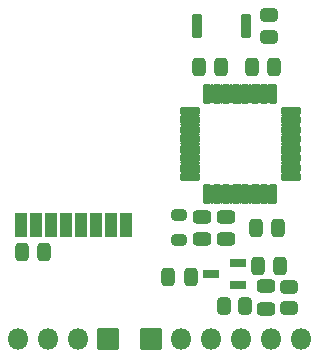
<source format=gbr>
G04 #@! TF.GenerationSoftware,KiCad,Pcbnew,(6.0.11)*
G04 #@! TF.CreationDate,2023-02-28T22:09:58+01:00*
G04 #@! TF.ProjectId,atmega328p-au--e01c-ml01s--bme280--cr2032,61746d65-6761-4333-9238-702d61752d2d,rev?*
G04 #@! TF.SameCoordinates,Original*
G04 #@! TF.FileFunction,Soldermask,Top*
G04 #@! TF.FilePolarity,Negative*
%FSLAX46Y46*%
G04 Gerber Fmt 4.6, Leading zero omitted, Abs format (unit mm)*
G04 Created by KiCad (PCBNEW (6.0.11)) date 2023-02-28 22:09:58*
%MOMM*%
%LPD*%
G01*
G04 APERTURE LIST*
G04 Aperture macros list*
%AMRoundRect*
0 Rectangle with rounded corners*
0 $1 Rounding radius*
0 $2 $3 $4 $5 $6 $7 $8 $9 X,Y pos of 4 corners*
0 Add a 4 corners polygon primitive as box body*
4,1,4,$2,$3,$4,$5,$6,$7,$8,$9,$2,$3,0*
0 Add four circle primitives for the rounded corners*
1,1,$1+$1,$2,$3*
1,1,$1+$1,$4,$5*
1,1,$1+$1,$6,$7*
1,1,$1+$1,$8,$9*
0 Add four rect primitives between the rounded corners*
20,1,$1+$1,$2,$3,$4,$5,0*
20,1,$1+$1,$4,$5,$6,$7,0*
20,1,$1+$1,$6,$7,$8,$9,0*
20,1,$1+$1,$8,$9,$2,$3,0*%
G04 Aperture macros list end*
%ADD10RoundRect,0.301000X0.450000X-0.262500X0.450000X0.262500X-0.450000X0.262500X-0.450000X-0.262500X0*%
%ADD11RoundRect,0.301000X-0.262500X-0.450000X0.262500X-0.450000X0.262500X0.450000X-0.262500X0.450000X0*%
%ADD12RoundRect,0.301000X0.475000X-0.250000X0.475000X0.250000X-0.475000X0.250000X-0.475000X-0.250000X0*%
%ADD13RoundRect,0.051000X0.450000X1.000000X-0.450000X1.000000X-0.450000X-1.000000X0.450000X-1.000000X0*%
%ADD14RoundRect,0.301000X-0.250000X-0.475000X0.250000X-0.475000X0.250000X0.475000X-0.250000X0.475000X0*%
%ADD15RoundRect,0.301000X-0.475000X0.250000X-0.475000X-0.250000X0.475000X-0.250000X0.475000X0.250000X0*%
%ADD16RoundRect,0.051000X-0.850000X0.850000X-0.850000X-0.850000X0.850000X-0.850000X0.850000X0.850000X0*%
%ADD17O,1.802000X1.802000*%
%ADD18RoundRect,0.301000X0.250000X0.475000X-0.250000X0.475000X-0.250000X-0.475000X0.250000X-0.475000X0*%
%ADD19RoundRect,0.201000X0.512500X0.150000X-0.512500X0.150000X-0.512500X-0.150000X0.512500X-0.150000X0*%
%ADD20RoundRect,0.269750X0.381250X-0.218750X0.381250X0.218750X-0.381250X0.218750X-0.381250X-0.218750X0*%
%ADD21RoundRect,0.251000X0.200000X0.800000X-0.200000X0.800000X-0.200000X-0.800000X0.200000X-0.800000X0*%
%ADD22RoundRect,0.051000X0.850000X-0.850000X0.850000X0.850000X-0.850000X0.850000X-0.850000X-0.850000X0*%
%ADD23RoundRect,0.051000X-0.275000X0.800000X-0.275000X-0.800000X0.275000X-0.800000X0.275000X0.800000X0*%
%ADD24RoundRect,0.051000X-0.800000X-0.275000X0.800000X-0.275000X0.800000X0.275000X-0.800000X0.275000X0*%
G04 APERTURE END LIST*
D10*
X119854250Y-86182500D03*
X119854250Y-88007500D03*
D11*
X116116750Y-87795000D03*
X114291750Y-87795000D03*
D12*
X117904250Y-86145000D03*
X117904250Y-88045000D03*
D13*
X97173000Y-80995000D03*
X98443000Y-80995000D03*
X99713000Y-80995000D03*
X100983000Y-80995000D03*
X102253000Y-80995000D03*
X103523000Y-80995000D03*
X104793000Y-80995000D03*
X106063000Y-80995000D03*
D14*
X111504250Y-85395000D03*
X109604250Y-85395000D03*
D15*
X112454250Y-82145000D03*
X112454250Y-80245000D03*
D16*
X104523000Y-90595000D03*
D17*
X101983000Y-90595000D03*
X99443000Y-90595000D03*
X96903000Y-90595000D03*
D18*
X117204250Y-84395000D03*
X119104250Y-84395000D03*
D14*
X118904250Y-81195000D03*
X117004250Y-81195000D03*
D19*
X115491750Y-86045000D03*
X115491750Y-84145000D03*
X113216750Y-85095000D03*
D18*
X99117214Y-83215336D03*
X97217214Y-83215336D03*
D20*
X110554250Y-80132500D03*
X110554250Y-82257500D03*
D21*
X116223000Y-64095000D03*
X112023000Y-64095000D03*
D22*
X108165733Y-90595000D03*
D17*
X110705733Y-90595000D03*
X113245733Y-90595000D03*
X115785733Y-90595000D03*
X118325733Y-90595000D03*
X120865733Y-90595000D03*
D14*
X116673000Y-67595000D03*
X118573000Y-67595000D03*
D18*
X114073000Y-67595000D03*
X112173000Y-67595000D03*
D15*
X114454250Y-80245000D03*
X114454250Y-82145000D03*
D23*
X118512733Y-69845000D03*
X117712733Y-69845000D03*
X116912733Y-69845000D03*
X116112733Y-69845000D03*
X115312733Y-69845000D03*
X114512733Y-69845000D03*
X113712733Y-69845000D03*
X112912733Y-69845000D03*
D24*
X111462733Y-71295000D03*
X111462733Y-72095000D03*
X111462733Y-72895000D03*
X111462733Y-73695000D03*
X111462733Y-74495000D03*
X111462733Y-75295000D03*
X111462733Y-76095000D03*
X111462733Y-76895000D03*
D23*
X112912733Y-78345000D03*
X113712733Y-78345000D03*
X114512733Y-78345000D03*
X115312733Y-78345000D03*
X116112733Y-78345000D03*
X116912733Y-78345000D03*
X117712733Y-78345000D03*
X118512733Y-78345000D03*
D24*
X119962733Y-76895000D03*
X119962733Y-76095000D03*
X119962733Y-75295000D03*
X119962733Y-74495000D03*
X119962733Y-73695000D03*
X119962733Y-72895000D03*
X119962733Y-72095000D03*
X119962733Y-71295000D03*
D10*
X118123000Y-65007500D03*
X118123000Y-63182500D03*
G36*
X114028393Y-77512493D02*
G01*
X114042185Y-77521709D01*
X114043348Y-77519969D01*
X114045142Y-77519084D01*
X114046293Y-77519545D01*
X114063685Y-77534078D01*
X114132403Y-77542704D01*
X114180021Y-77519918D01*
X114182015Y-77520072D01*
X114182547Y-77520611D01*
X114183281Y-77521709D01*
X114197073Y-77512493D01*
X114199069Y-77512362D01*
X114200180Y-77514025D01*
X114199847Y-77515267D01*
X114192500Y-77526262D01*
X114188733Y-77545199D01*
X114188733Y-79144801D01*
X114192500Y-79163738D01*
X114199847Y-79174733D01*
X114199978Y-79176729D01*
X114198315Y-79177840D01*
X114197073Y-79177507D01*
X114183281Y-79168291D01*
X114182118Y-79170031D01*
X114180324Y-79170916D01*
X114179173Y-79170455D01*
X114161781Y-79155922D01*
X114093063Y-79147296D01*
X114045445Y-79170082D01*
X114043451Y-79169928D01*
X114042919Y-79169389D01*
X114042185Y-79168291D01*
X114028393Y-79177507D01*
X114026397Y-79177638D01*
X114025286Y-79175975D01*
X114025619Y-79174733D01*
X114032966Y-79163738D01*
X114036733Y-79144801D01*
X114036733Y-77545199D01*
X114032966Y-77526262D01*
X114025619Y-77515267D01*
X114025488Y-77513271D01*
X114027151Y-77512160D01*
X114028393Y-77512493D01*
G37*
G36*
X114828393Y-77512493D02*
G01*
X114842185Y-77521709D01*
X114843348Y-77519969D01*
X114845142Y-77519084D01*
X114846293Y-77519545D01*
X114863685Y-77534078D01*
X114932403Y-77542704D01*
X114980021Y-77519918D01*
X114982015Y-77520072D01*
X114982547Y-77520611D01*
X114983281Y-77521709D01*
X114997073Y-77512493D01*
X114999069Y-77512362D01*
X115000180Y-77514025D01*
X114999847Y-77515267D01*
X114992500Y-77526262D01*
X114988733Y-77545199D01*
X114988733Y-79144801D01*
X114992500Y-79163738D01*
X114999847Y-79174733D01*
X114999978Y-79176729D01*
X114998315Y-79177840D01*
X114997073Y-79177507D01*
X114983281Y-79168291D01*
X114982118Y-79170031D01*
X114980324Y-79170916D01*
X114979173Y-79170455D01*
X114961781Y-79155922D01*
X114893063Y-79147296D01*
X114845445Y-79170082D01*
X114843451Y-79169928D01*
X114842919Y-79169389D01*
X114842185Y-79168291D01*
X114828393Y-79177507D01*
X114826397Y-79177638D01*
X114825286Y-79175975D01*
X114825619Y-79174733D01*
X114832966Y-79163738D01*
X114836733Y-79144801D01*
X114836733Y-77545199D01*
X114832966Y-77526262D01*
X114825619Y-77515267D01*
X114825488Y-77513271D01*
X114827151Y-77512160D01*
X114828393Y-77512493D01*
G37*
G36*
X118028393Y-77512493D02*
G01*
X118042185Y-77521709D01*
X118043348Y-77519969D01*
X118045142Y-77519084D01*
X118046293Y-77519545D01*
X118063685Y-77534078D01*
X118132403Y-77542704D01*
X118180021Y-77519918D01*
X118182015Y-77520072D01*
X118182547Y-77520611D01*
X118183281Y-77521709D01*
X118197073Y-77512493D01*
X118199069Y-77512362D01*
X118200180Y-77514025D01*
X118199847Y-77515267D01*
X118192500Y-77526262D01*
X118188733Y-77545199D01*
X118188733Y-79144801D01*
X118192500Y-79163738D01*
X118199847Y-79174733D01*
X118199978Y-79176729D01*
X118198315Y-79177840D01*
X118197073Y-79177507D01*
X118183281Y-79168291D01*
X118182118Y-79170031D01*
X118180324Y-79170916D01*
X118179173Y-79170455D01*
X118161781Y-79155922D01*
X118093063Y-79147296D01*
X118045445Y-79170082D01*
X118043451Y-79169928D01*
X118042919Y-79169389D01*
X118042185Y-79168291D01*
X118028393Y-79177507D01*
X118026397Y-79177638D01*
X118025286Y-79175975D01*
X118025619Y-79174733D01*
X118032966Y-79163738D01*
X118036733Y-79144801D01*
X118036733Y-77545199D01*
X118032966Y-77526262D01*
X118025619Y-77515267D01*
X118025488Y-77513271D01*
X118027151Y-77512160D01*
X118028393Y-77512493D01*
G37*
G36*
X115628393Y-77512493D02*
G01*
X115642185Y-77521709D01*
X115643348Y-77519969D01*
X115645142Y-77519084D01*
X115646293Y-77519545D01*
X115663685Y-77534078D01*
X115732403Y-77542704D01*
X115780021Y-77519918D01*
X115782015Y-77520072D01*
X115782547Y-77520611D01*
X115783281Y-77521709D01*
X115797073Y-77512493D01*
X115799069Y-77512362D01*
X115800180Y-77514025D01*
X115799847Y-77515267D01*
X115792500Y-77526262D01*
X115788733Y-77545199D01*
X115788733Y-79144801D01*
X115792500Y-79163738D01*
X115799847Y-79174733D01*
X115799978Y-79176729D01*
X115798315Y-79177840D01*
X115797073Y-79177507D01*
X115783281Y-79168291D01*
X115782118Y-79170031D01*
X115780324Y-79170916D01*
X115779173Y-79170455D01*
X115761781Y-79155922D01*
X115693063Y-79147296D01*
X115645445Y-79170082D01*
X115643451Y-79169928D01*
X115642919Y-79169389D01*
X115642185Y-79168291D01*
X115628393Y-79177507D01*
X115626397Y-79177638D01*
X115625286Y-79175975D01*
X115625619Y-79174733D01*
X115632966Y-79163738D01*
X115636733Y-79144801D01*
X115636733Y-77545199D01*
X115632966Y-77526262D01*
X115625619Y-77515267D01*
X115625488Y-77513271D01*
X115627151Y-77512160D01*
X115628393Y-77512493D01*
G37*
G36*
X113228393Y-77512493D02*
G01*
X113242185Y-77521709D01*
X113243348Y-77519969D01*
X113245142Y-77519084D01*
X113246293Y-77519545D01*
X113263685Y-77534078D01*
X113332403Y-77542704D01*
X113380021Y-77519918D01*
X113382015Y-77520072D01*
X113382547Y-77520611D01*
X113383281Y-77521709D01*
X113397073Y-77512493D01*
X113399069Y-77512362D01*
X113400180Y-77514025D01*
X113399847Y-77515267D01*
X113392500Y-77526262D01*
X113388733Y-77545199D01*
X113388733Y-79144801D01*
X113392500Y-79163738D01*
X113399847Y-79174733D01*
X113399978Y-79176729D01*
X113398315Y-79177840D01*
X113397073Y-79177507D01*
X113383281Y-79168291D01*
X113382118Y-79170031D01*
X113380324Y-79170916D01*
X113379173Y-79170455D01*
X113361781Y-79155922D01*
X113293063Y-79147296D01*
X113245445Y-79170082D01*
X113243451Y-79169928D01*
X113242919Y-79169389D01*
X113242185Y-79168291D01*
X113228393Y-79177507D01*
X113226397Y-79177638D01*
X113225286Y-79175975D01*
X113225619Y-79174733D01*
X113232966Y-79163738D01*
X113236733Y-79144801D01*
X113236733Y-77545199D01*
X113232966Y-77526262D01*
X113225619Y-77515267D01*
X113225488Y-77513271D01*
X113227151Y-77512160D01*
X113228393Y-77512493D01*
G37*
G36*
X116428393Y-77512493D02*
G01*
X116442185Y-77521709D01*
X116443348Y-77519969D01*
X116445142Y-77519084D01*
X116446293Y-77519545D01*
X116463685Y-77534078D01*
X116532403Y-77542704D01*
X116580021Y-77519918D01*
X116582015Y-77520072D01*
X116582547Y-77520611D01*
X116583281Y-77521709D01*
X116597073Y-77512493D01*
X116599069Y-77512362D01*
X116600180Y-77514025D01*
X116599847Y-77515267D01*
X116592500Y-77526262D01*
X116588733Y-77545199D01*
X116588733Y-79144801D01*
X116592500Y-79163738D01*
X116599847Y-79174733D01*
X116599978Y-79176729D01*
X116598315Y-79177840D01*
X116597073Y-79177507D01*
X116583281Y-79168291D01*
X116582118Y-79170031D01*
X116580324Y-79170916D01*
X116579173Y-79170455D01*
X116561781Y-79155922D01*
X116493063Y-79147296D01*
X116445445Y-79170082D01*
X116443451Y-79169928D01*
X116442919Y-79169389D01*
X116442185Y-79168291D01*
X116428393Y-79177507D01*
X116426397Y-79177638D01*
X116425286Y-79175975D01*
X116425619Y-79174733D01*
X116432966Y-79163738D01*
X116436733Y-79144801D01*
X116436733Y-77545199D01*
X116432966Y-77526262D01*
X116425619Y-77515267D01*
X116425488Y-77513271D01*
X116427151Y-77512160D01*
X116428393Y-77512493D01*
G37*
G36*
X117228393Y-77512493D02*
G01*
X117242185Y-77521709D01*
X117243348Y-77519969D01*
X117245142Y-77519084D01*
X117246293Y-77519545D01*
X117263685Y-77534078D01*
X117332403Y-77542704D01*
X117380021Y-77519918D01*
X117382015Y-77520072D01*
X117382547Y-77520611D01*
X117383281Y-77521709D01*
X117397073Y-77512493D01*
X117399069Y-77512362D01*
X117400180Y-77514025D01*
X117399847Y-77515267D01*
X117392500Y-77526262D01*
X117388733Y-77545199D01*
X117388733Y-79144801D01*
X117392500Y-79163738D01*
X117399847Y-79174733D01*
X117399978Y-79176729D01*
X117398315Y-79177840D01*
X117397073Y-79177507D01*
X117383281Y-79168291D01*
X117382118Y-79170031D01*
X117380324Y-79170916D01*
X117379173Y-79170455D01*
X117361781Y-79155922D01*
X117293063Y-79147296D01*
X117245445Y-79170082D01*
X117243451Y-79169928D01*
X117242919Y-79169389D01*
X117242185Y-79168291D01*
X117228393Y-79177507D01*
X117226397Y-79177638D01*
X117225286Y-79175975D01*
X117225619Y-79174733D01*
X117232966Y-79163738D01*
X117236733Y-79144801D01*
X117236733Y-77545199D01*
X117232966Y-77526262D01*
X117225619Y-77515267D01*
X117225488Y-77513271D01*
X117227151Y-77512160D01*
X117228393Y-77512493D01*
G37*
G36*
X110633000Y-76407886D02*
G01*
X110643995Y-76415233D01*
X110662932Y-76419000D01*
X112262534Y-76419000D01*
X112281471Y-76415233D01*
X112292466Y-76407886D01*
X112294462Y-76407755D01*
X112295573Y-76409418D01*
X112295240Y-76410660D01*
X112286024Y-76424452D01*
X112287764Y-76425615D01*
X112288649Y-76427409D01*
X112288188Y-76428560D01*
X112273655Y-76445952D01*
X112265029Y-76514670D01*
X112287815Y-76562288D01*
X112287661Y-76564282D01*
X112287122Y-76564814D01*
X112286024Y-76565548D01*
X112295240Y-76579340D01*
X112295371Y-76581336D01*
X112293708Y-76582447D01*
X112292466Y-76582114D01*
X112281471Y-76574767D01*
X112262534Y-76571000D01*
X110662932Y-76571000D01*
X110643995Y-76574767D01*
X110633000Y-76582114D01*
X110631004Y-76582245D01*
X110629893Y-76580582D01*
X110630226Y-76579340D01*
X110639442Y-76565548D01*
X110637702Y-76564385D01*
X110636817Y-76562591D01*
X110637278Y-76561440D01*
X110651811Y-76544048D01*
X110660437Y-76475330D01*
X110637651Y-76427712D01*
X110637805Y-76425718D01*
X110638344Y-76425186D01*
X110639442Y-76424452D01*
X110630226Y-76410660D01*
X110630095Y-76408664D01*
X110631758Y-76407553D01*
X110633000Y-76407886D01*
G37*
G36*
X119133000Y-76407886D02*
G01*
X119143995Y-76415233D01*
X119162932Y-76419000D01*
X120762534Y-76419000D01*
X120781471Y-76415233D01*
X120792466Y-76407886D01*
X120794462Y-76407755D01*
X120795573Y-76409418D01*
X120795240Y-76410660D01*
X120786024Y-76424452D01*
X120787764Y-76425615D01*
X120788649Y-76427409D01*
X120788188Y-76428560D01*
X120773655Y-76445952D01*
X120765029Y-76514670D01*
X120787815Y-76562288D01*
X120787661Y-76564282D01*
X120787122Y-76564814D01*
X120786024Y-76565548D01*
X120795240Y-76579340D01*
X120795371Y-76581336D01*
X120793708Y-76582447D01*
X120792466Y-76582114D01*
X120781471Y-76574767D01*
X120762534Y-76571000D01*
X119162932Y-76571000D01*
X119143995Y-76574767D01*
X119133000Y-76582114D01*
X119131004Y-76582245D01*
X119129893Y-76580582D01*
X119130226Y-76579340D01*
X119139442Y-76565548D01*
X119137702Y-76564385D01*
X119136817Y-76562591D01*
X119137278Y-76561440D01*
X119151811Y-76544048D01*
X119160437Y-76475330D01*
X119137651Y-76427712D01*
X119137805Y-76425718D01*
X119138344Y-76425186D01*
X119139442Y-76424452D01*
X119130226Y-76410660D01*
X119130095Y-76408664D01*
X119131758Y-76407553D01*
X119133000Y-76407886D01*
G37*
G36*
X119133000Y-75607886D02*
G01*
X119143995Y-75615233D01*
X119162932Y-75619000D01*
X120762534Y-75619000D01*
X120781471Y-75615233D01*
X120792466Y-75607886D01*
X120794462Y-75607755D01*
X120795573Y-75609418D01*
X120795240Y-75610660D01*
X120786024Y-75624452D01*
X120787764Y-75625615D01*
X120788649Y-75627409D01*
X120788188Y-75628560D01*
X120773655Y-75645952D01*
X120765029Y-75714670D01*
X120787815Y-75762288D01*
X120787661Y-75764282D01*
X120787122Y-75764814D01*
X120786024Y-75765548D01*
X120795240Y-75779340D01*
X120795371Y-75781336D01*
X120793708Y-75782447D01*
X120792466Y-75782114D01*
X120781471Y-75774767D01*
X120762534Y-75771000D01*
X119162932Y-75771000D01*
X119143995Y-75774767D01*
X119133000Y-75782114D01*
X119131004Y-75782245D01*
X119129893Y-75780582D01*
X119130226Y-75779340D01*
X119139442Y-75765548D01*
X119137702Y-75764385D01*
X119136817Y-75762591D01*
X119137278Y-75761440D01*
X119151811Y-75744048D01*
X119160437Y-75675330D01*
X119137651Y-75627712D01*
X119137805Y-75625718D01*
X119138344Y-75625186D01*
X119139442Y-75624452D01*
X119130226Y-75610660D01*
X119130095Y-75608664D01*
X119131758Y-75607553D01*
X119133000Y-75607886D01*
G37*
G36*
X110633000Y-75607886D02*
G01*
X110643995Y-75615233D01*
X110662932Y-75619000D01*
X112262534Y-75619000D01*
X112281471Y-75615233D01*
X112292466Y-75607886D01*
X112294462Y-75607755D01*
X112295573Y-75609418D01*
X112295240Y-75610660D01*
X112286024Y-75624452D01*
X112287764Y-75625615D01*
X112288649Y-75627409D01*
X112288188Y-75628560D01*
X112273655Y-75645952D01*
X112265029Y-75714670D01*
X112287815Y-75762288D01*
X112287661Y-75764282D01*
X112287122Y-75764814D01*
X112286024Y-75765548D01*
X112295240Y-75779340D01*
X112295371Y-75781336D01*
X112293708Y-75782447D01*
X112292466Y-75782114D01*
X112281471Y-75774767D01*
X112262534Y-75771000D01*
X110662932Y-75771000D01*
X110643995Y-75774767D01*
X110633000Y-75782114D01*
X110631004Y-75782245D01*
X110629893Y-75780582D01*
X110630226Y-75779340D01*
X110639442Y-75765548D01*
X110637702Y-75764385D01*
X110636817Y-75762591D01*
X110637278Y-75761440D01*
X110651811Y-75744048D01*
X110660437Y-75675330D01*
X110637651Y-75627712D01*
X110637805Y-75625718D01*
X110638344Y-75625186D01*
X110639442Y-75624452D01*
X110630226Y-75610660D01*
X110630095Y-75608664D01*
X110631758Y-75607553D01*
X110633000Y-75607886D01*
G37*
G36*
X119133000Y-74807886D02*
G01*
X119143995Y-74815233D01*
X119162932Y-74819000D01*
X120762534Y-74819000D01*
X120781471Y-74815233D01*
X120792466Y-74807886D01*
X120794462Y-74807755D01*
X120795573Y-74809418D01*
X120795240Y-74810660D01*
X120786024Y-74824452D01*
X120787764Y-74825615D01*
X120788649Y-74827409D01*
X120788188Y-74828560D01*
X120773655Y-74845952D01*
X120765029Y-74914670D01*
X120787815Y-74962288D01*
X120787661Y-74964282D01*
X120787122Y-74964814D01*
X120786024Y-74965548D01*
X120795240Y-74979340D01*
X120795371Y-74981336D01*
X120793708Y-74982447D01*
X120792466Y-74982114D01*
X120781471Y-74974767D01*
X120762534Y-74971000D01*
X119162932Y-74971000D01*
X119143995Y-74974767D01*
X119133000Y-74982114D01*
X119131004Y-74982245D01*
X119129893Y-74980582D01*
X119130226Y-74979340D01*
X119139442Y-74965548D01*
X119137702Y-74964385D01*
X119136817Y-74962591D01*
X119137278Y-74961440D01*
X119151811Y-74944048D01*
X119160437Y-74875330D01*
X119137651Y-74827712D01*
X119137805Y-74825718D01*
X119138344Y-74825186D01*
X119139442Y-74824452D01*
X119130226Y-74810660D01*
X119130095Y-74808664D01*
X119131758Y-74807553D01*
X119133000Y-74807886D01*
G37*
G36*
X110633000Y-74807886D02*
G01*
X110643995Y-74815233D01*
X110662932Y-74819000D01*
X112262534Y-74819000D01*
X112281471Y-74815233D01*
X112292466Y-74807886D01*
X112294462Y-74807755D01*
X112295573Y-74809418D01*
X112295240Y-74810660D01*
X112286024Y-74824452D01*
X112287764Y-74825615D01*
X112288649Y-74827409D01*
X112288188Y-74828560D01*
X112273655Y-74845952D01*
X112265029Y-74914670D01*
X112287815Y-74962288D01*
X112287661Y-74964282D01*
X112287122Y-74964814D01*
X112286024Y-74965548D01*
X112295240Y-74979340D01*
X112295371Y-74981336D01*
X112293708Y-74982447D01*
X112292466Y-74982114D01*
X112281471Y-74974767D01*
X112262534Y-74971000D01*
X110662932Y-74971000D01*
X110643995Y-74974767D01*
X110633000Y-74982114D01*
X110631004Y-74982245D01*
X110629893Y-74980582D01*
X110630226Y-74979340D01*
X110639442Y-74965548D01*
X110637702Y-74964385D01*
X110636817Y-74962591D01*
X110637278Y-74961440D01*
X110651811Y-74944048D01*
X110660437Y-74875330D01*
X110637651Y-74827712D01*
X110637805Y-74825718D01*
X110638344Y-74825186D01*
X110639442Y-74824452D01*
X110630226Y-74810660D01*
X110630095Y-74808664D01*
X110631758Y-74807553D01*
X110633000Y-74807886D01*
G37*
G36*
X119133000Y-74007886D02*
G01*
X119143995Y-74015233D01*
X119162932Y-74019000D01*
X120762534Y-74019000D01*
X120781471Y-74015233D01*
X120792466Y-74007886D01*
X120794462Y-74007755D01*
X120795573Y-74009418D01*
X120795240Y-74010660D01*
X120786024Y-74024452D01*
X120787764Y-74025615D01*
X120788649Y-74027409D01*
X120788188Y-74028560D01*
X120773655Y-74045952D01*
X120765029Y-74114670D01*
X120787815Y-74162288D01*
X120787661Y-74164282D01*
X120787122Y-74164814D01*
X120786024Y-74165548D01*
X120795240Y-74179340D01*
X120795371Y-74181336D01*
X120793708Y-74182447D01*
X120792466Y-74182114D01*
X120781471Y-74174767D01*
X120762534Y-74171000D01*
X119162932Y-74171000D01*
X119143995Y-74174767D01*
X119133000Y-74182114D01*
X119131004Y-74182245D01*
X119129893Y-74180582D01*
X119130226Y-74179340D01*
X119139442Y-74165548D01*
X119137702Y-74164385D01*
X119136817Y-74162591D01*
X119137278Y-74161440D01*
X119151811Y-74144048D01*
X119160437Y-74075330D01*
X119137651Y-74027712D01*
X119137805Y-74025718D01*
X119138344Y-74025186D01*
X119139442Y-74024452D01*
X119130226Y-74010660D01*
X119130095Y-74008664D01*
X119131758Y-74007553D01*
X119133000Y-74007886D01*
G37*
G36*
X110633000Y-74007886D02*
G01*
X110643995Y-74015233D01*
X110662932Y-74019000D01*
X112262534Y-74019000D01*
X112281471Y-74015233D01*
X112292466Y-74007886D01*
X112294462Y-74007755D01*
X112295573Y-74009418D01*
X112295240Y-74010660D01*
X112286024Y-74024452D01*
X112287764Y-74025615D01*
X112288649Y-74027409D01*
X112288188Y-74028560D01*
X112273655Y-74045952D01*
X112265029Y-74114670D01*
X112287815Y-74162288D01*
X112287661Y-74164282D01*
X112287122Y-74164814D01*
X112286024Y-74165548D01*
X112295240Y-74179340D01*
X112295371Y-74181336D01*
X112293708Y-74182447D01*
X112292466Y-74182114D01*
X112281471Y-74174767D01*
X112262534Y-74171000D01*
X110662932Y-74171000D01*
X110643995Y-74174767D01*
X110633000Y-74182114D01*
X110631004Y-74182245D01*
X110629893Y-74180582D01*
X110630226Y-74179340D01*
X110639442Y-74165548D01*
X110637702Y-74164385D01*
X110636817Y-74162591D01*
X110637278Y-74161440D01*
X110651811Y-74144048D01*
X110660437Y-74075330D01*
X110637651Y-74027712D01*
X110637805Y-74025718D01*
X110638344Y-74025186D01*
X110639442Y-74024452D01*
X110630226Y-74010660D01*
X110630095Y-74008664D01*
X110631758Y-74007553D01*
X110633000Y-74007886D01*
G37*
G36*
X110633000Y-73207886D02*
G01*
X110643995Y-73215233D01*
X110662932Y-73219000D01*
X112262534Y-73219000D01*
X112281471Y-73215233D01*
X112292466Y-73207886D01*
X112294462Y-73207755D01*
X112295573Y-73209418D01*
X112295240Y-73210660D01*
X112286024Y-73224452D01*
X112287764Y-73225615D01*
X112288649Y-73227409D01*
X112288188Y-73228560D01*
X112273655Y-73245952D01*
X112265029Y-73314670D01*
X112287815Y-73362288D01*
X112287661Y-73364282D01*
X112287122Y-73364814D01*
X112286024Y-73365548D01*
X112295240Y-73379340D01*
X112295371Y-73381336D01*
X112293708Y-73382447D01*
X112292466Y-73382114D01*
X112281471Y-73374767D01*
X112262534Y-73371000D01*
X110662932Y-73371000D01*
X110643995Y-73374767D01*
X110633000Y-73382114D01*
X110631004Y-73382245D01*
X110629893Y-73380582D01*
X110630226Y-73379340D01*
X110639442Y-73365548D01*
X110637702Y-73364385D01*
X110636817Y-73362591D01*
X110637278Y-73361440D01*
X110651811Y-73344048D01*
X110660437Y-73275330D01*
X110637651Y-73227712D01*
X110637805Y-73225718D01*
X110638344Y-73225186D01*
X110639442Y-73224452D01*
X110630226Y-73210660D01*
X110630095Y-73208664D01*
X110631758Y-73207553D01*
X110633000Y-73207886D01*
G37*
G36*
X119133000Y-73207886D02*
G01*
X119143995Y-73215233D01*
X119162932Y-73219000D01*
X120762534Y-73219000D01*
X120781471Y-73215233D01*
X120792466Y-73207886D01*
X120794462Y-73207755D01*
X120795573Y-73209418D01*
X120795240Y-73210660D01*
X120786024Y-73224452D01*
X120787764Y-73225615D01*
X120788649Y-73227409D01*
X120788188Y-73228560D01*
X120773655Y-73245952D01*
X120765029Y-73314670D01*
X120787815Y-73362288D01*
X120787661Y-73364282D01*
X120787122Y-73364814D01*
X120786024Y-73365548D01*
X120795240Y-73379340D01*
X120795371Y-73381336D01*
X120793708Y-73382447D01*
X120792466Y-73382114D01*
X120781471Y-73374767D01*
X120762534Y-73371000D01*
X119162932Y-73371000D01*
X119143995Y-73374767D01*
X119133000Y-73382114D01*
X119131004Y-73382245D01*
X119129893Y-73380582D01*
X119130226Y-73379340D01*
X119139442Y-73365548D01*
X119137702Y-73364385D01*
X119136817Y-73362591D01*
X119137278Y-73361440D01*
X119151811Y-73344048D01*
X119160437Y-73275330D01*
X119137651Y-73227712D01*
X119137805Y-73225718D01*
X119138344Y-73225186D01*
X119139442Y-73224452D01*
X119130226Y-73210660D01*
X119130095Y-73208664D01*
X119131758Y-73207553D01*
X119133000Y-73207886D01*
G37*
G36*
X119133000Y-72407886D02*
G01*
X119143995Y-72415233D01*
X119162932Y-72419000D01*
X120762534Y-72419000D01*
X120781471Y-72415233D01*
X120792466Y-72407886D01*
X120794462Y-72407755D01*
X120795573Y-72409418D01*
X120795240Y-72410660D01*
X120786024Y-72424452D01*
X120787764Y-72425615D01*
X120788649Y-72427409D01*
X120788188Y-72428560D01*
X120773655Y-72445952D01*
X120765029Y-72514670D01*
X120787815Y-72562288D01*
X120787661Y-72564282D01*
X120787122Y-72564814D01*
X120786024Y-72565548D01*
X120795240Y-72579340D01*
X120795371Y-72581336D01*
X120793708Y-72582447D01*
X120792466Y-72582114D01*
X120781471Y-72574767D01*
X120762534Y-72571000D01*
X119162932Y-72571000D01*
X119143995Y-72574767D01*
X119133000Y-72582114D01*
X119131004Y-72582245D01*
X119129893Y-72580582D01*
X119130226Y-72579340D01*
X119139442Y-72565548D01*
X119137702Y-72564385D01*
X119136817Y-72562591D01*
X119137278Y-72561440D01*
X119151811Y-72544048D01*
X119160437Y-72475330D01*
X119137651Y-72427712D01*
X119137805Y-72425718D01*
X119138344Y-72425186D01*
X119139442Y-72424452D01*
X119130226Y-72410660D01*
X119130095Y-72408664D01*
X119131758Y-72407553D01*
X119133000Y-72407886D01*
G37*
G36*
X110633000Y-72407886D02*
G01*
X110643995Y-72415233D01*
X110662932Y-72419000D01*
X112262534Y-72419000D01*
X112281471Y-72415233D01*
X112292466Y-72407886D01*
X112294462Y-72407755D01*
X112295573Y-72409418D01*
X112295240Y-72410660D01*
X112286024Y-72424452D01*
X112287764Y-72425615D01*
X112288649Y-72427409D01*
X112288188Y-72428560D01*
X112273655Y-72445952D01*
X112265029Y-72514670D01*
X112287815Y-72562288D01*
X112287661Y-72564282D01*
X112287122Y-72564814D01*
X112286024Y-72565548D01*
X112295240Y-72579340D01*
X112295371Y-72581336D01*
X112293708Y-72582447D01*
X112292466Y-72582114D01*
X112281471Y-72574767D01*
X112262534Y-72571000D01*
X110662932Y-72571000D01*
X110643995Y-72574767D01*
X110633000Y-72582114D01*
X110631004Y-72582245D01*
X110629893Y-72580582D01*
X110630226Y-72579340D01*
X110639442Y-72565548D01*
X110637702Y-72564385D01*
X110636817Y-72562591D01*
X110637278Y-72561440D01*
X110651811Y-72544048D01*
X110660437Y-72475330D01*
X110637651Y-72427712D01*
X110637805Y-72425718D01*
X110638344Y-72425186D01*
X110639442Y-72424452D01*
X110630226Y-72410660D01*
X110630095Y-72408664D01*
X110631758Y-72407553D01*
X110633000Y-72407886D01*
G37*
G36*
X119133000Y-71607886D02*
G01*
X119143995Y-71615233D01*
X119162932Y-71619000D01*
X120762534Y-71619000D01*
X120781471Y-71615233D01*
X120792466Y-71607886D01*
X120794462Y-71607755D01*
X120795573Y-71609418D01*
X120795240Y-71610660D01*
X120786024Y-71624452D01*
X120787764Y-71625615D01*
X120788649Y-71627409D01*
X120788188Y-71628560D01*
X120773655Y-71645952D01*
X120765029Y-71714670D01*
X120787815Y-71762288D01*
X120787661Y-71764282D01*
X120787122Y-71764814D01*
X120786024Y-71765548D01*
X120795240Y-71779340D01*
X120795371Y-71781336D01*
X120793708Y-71782447D01*
X120792466Y-71782114D01*
X120781471Y-71774767D01*
X120762534Y-71771000D01*
X119162932Y-71771000D01*
X119143995Y-71774767D01*
X119133000Y-71782114D01*
X119131004Y-71782245D01*
X119129893Y-71780582D01*
X119130226Y-71779340D01*
X119139442Y-71765548D01*
X119137702Y-71764385D01*
X119136817Y-71762591D01*
X119137278Y-71761440D01*
X119151811Y-71744048D01*
X119160437Y-71675330D01*
X119137651Y-71627712D01*
X119137805Y-71625718D01*
X119138344Y-71625186D01*
X119139442Y-71624452D01*
X119130226Y-71610660D01*
X119130095Y-71608664D01*
X119131758Y-71607553D01*
X119133000Y-71607886D01*
G37*
G36*
X110633000Y-71607886D02*
G01*
X110643995Y-71615233D01*
X110662932Y-71619000D01*
X112262534Y-71619000D01*
X112281471Y-71615233D01*
X112292466Y-71607886D01*
X112294462Y-71607755D01*
X112295573Y-71609418D01*
X112295240Y-71610660D01*
X112286024Y-71624452D01*
X112287764Y-71625615D01*
X112288649Y-71627409D01*
X112288188Y-71628560D01*
X112273655Y-71645952D01*
X112265029Y-71714670D01*
X112287815Y-71762288D01*
X112287661Y-71764282D01*
X112287122Y-71764814D01*
X112286024Y-71765548D01*
X112295240Y-71779340D01*
X112295371Y-71781336D01*
X112293708Y-71782447D01*
X112292466Y-71782114D01*
X112281471Y-71774767D01*
X112262534Y-71771000D01*
X110662932Y-71771000D01*
X110643995Y-71774767D01*
X110633000Y-71782114D01*
X110631004Y-71782245D01*
X110629893Y-71780582D01*
X110630226Y-71779340D01*
X110639442Y-71765548D01*
X110637702Y-71764385D01*
X110636817Y-71762591D01*
X110637278Y-71761440D01*
X110651811Y-71744048D01*
X110660437Y-71675330D01*
X110637651Y-71627712D01*
X110637805Y-71625718D01*
X110638344Y-71625186D01*
X110639442Y-71624452D01*
X110630226Y-71610660D01*
X110630095Y-71608664D01*
X110631758Y-71607553D01*
X110633000Y-71607886D01*
G37*
G36*
X114028393Y-69012493D02*
G01*
X114042185Y-69021709D01*
X114043348Y-69019969D01*
X114045142Y-69019084D01*
X114046293Y-69019545D01*
X114063685Y-69034078D01*
X114132403Y-69042704D01*
X114180021Y-69019918D01*
X114182015Y-69020072D01*
X114182547Y-69020611D01*
X114183281Y-69021709D01*
X114197073Y-69012493D01*
X114199069Y-69012362D01*
X114200180Y-69014025D01*
X114199847Y-69015267D01*
X114192500Y-69026262D01*
X114188733Y-69045199D01*
X114188733Y-70644801D01*
X114192500Y-70663738D01*
X114199847Y-70674733D01*
X114199978Y-70676729D01*
X114198315Y-70677840D01*
X114197073Y-70677507D01*
X114183281Y-70668291D01*
X114182118Y-70670031D01*
X114180324Y-70670916D01*
X114179173Y-70670455D01*
X114161781Y-70655922D01*
X114093063Y-70647296D01*
X114045445Y-70670082D01*
X114043451Y-70669928D01*
X114042919Y-70669389D01*
X114042185Y-70668291D01*
X114028393Y-70677507D01*
X114026397Y-70677638D01*
X114025286Y-70675975D01*
X114025619Y-70674733D01*
X114032966Y-70663738D01*
X114036733Y-70644801D01*
X114036733Y-69045199D01*
X114032966Y-69026262D01*
X114025619Y-69015267D01*
X114025488Y-69013271D01*
X114027151Y-69012160D01*
X114028393Y-69012493D01*
G37*
G36*
X116428393Y-69012493D02*
G01*
X116442185Y-69021709D01*
X116443348Y-69019969D01*
X116445142Y-69019084D01*
X116446293Y-69019545D01*
X116463685Y-69034078D01*
X116532403Y-69042704D01*
X116580021Y-69019918D01*
X116582015Y-69020072D01*
X116582547Y-69020611D01*
X116583281Y-69021709D01*
X116597073Y-69012493D01*
X116599069Y-69012362D01*
X116600180Y-69014025D01*
X116599847Y-69015267D01*
X116592500Y-69026262D01*
X116588733Y-69045199D01*
X116588733Y-70644801D01*
X116592500Y-70663738D01*
X116599847Y-70674733D01*
X116599978Y-70676729D01*
X116598315Y-70677840D01*
X116597073Y-70677507D01*
X116583281Y-70668291D01*
X116582118Y-70670031D01*
X116580324Y-70670916D01*
X116579173Y-70670455D01*
X116561781Y-70655922D01*
X116493063Y-70647296D01*
X116445445Y-70670082D01*
X116443451Y-70669928D01*
X116442919Y-70669389D01*
X116442185Y-70668291D01*
X116428393Y-70677507D01*
X116426397Y-70677638D01*
X116425286Y-70675975D01*
X116425619Y-70674733D01*
X116432966Y-70663738D01*
X116436733Y-70644801D01*
X116436733Y-69045199D01*
X116432966Y-69026262D01*
X116425619Y-69015267D01*
X116425488Y-69013271D01*
X116427151Y-69012160D01*
X116428393Y-69012493D01*
G37*
G36*
X118028393Y-69012493D02*
G01*
X118042185Y-69021709D01*
X118043348Y-69019969D01*
X118045142Y-69019084D01*
X118046293Y-69019545D01*
X118063685Y-69034078D01*
X118132403Y-69042704D01*
X118180021Y-69019918D01*
X118182015Y-69020072D01*
X118182547Y-69020611D01*
X118183281Y-69021709D01*
X118197073Y-69012493D01*
X118199069Y-69012362D01*
X118200180Y-69014025D01*
X118199847Y-69015267D01*
X118192500Y-69026262D01*
X118188733Y-69045199D01*
X118188733Y-70644801D01*
X118192500Y-70663738D01*
X118199847Y-70674733D01*
X118199978Y-70676729D01*
X118198315Y-70677840D01*
X118197073Y-70677507D01*
X118183281Y-70668291D01*
X118182118Y-70670031D01*
X118180324Y-70670916D01*
X118179173Y-70670455D01*
X118161781Y-70655922D01*
X118093063Y-70647296D01*
X118045445Y-70670082D01*
X118043451Y-70669928D01*
X118042919Y-70669389D01*
X118042185Y-70668291D01*
X118028393Y-70677507D01*
X118026397Y-70677638D01*
X118025286Y-70675975D01*
X118025619Y-70674733D01*
X118032966Y-70663738D01*
X118036733Y-70644801D01*
X118036733Y-69045199D01*
X118032966Y-69026262D01*
X118025619Y-69015267D01*
X118025488Y-69013271D01*
X118027151Y-69012160D01*
X118028393Y-69012493D01*
G37*
G36*
X117228393Y-69012493D02*
G01*
X117242185Y-69021709D01*
X117243348Y-69019969D01*
X117245142Y-69019084D01*
X117246293Y-69019545D01*
X117263685Y-69034078D01*
X117332403Y-69042704D01*
X117380021Y-69019918D01*
X117382015Y-69020072D01*
X117382547Y-69020611D01*
X117383281Y-69021709D01*
X117397073Y-69012493D01*
X117399069Y-69012362D01*
X117400180Y-69014025D01*
X117399847Y-69015267D01*
X117392500Y-69026262D01*
X117388733Y-69045199D01*
X117388733Y-70644801D01*
X117392500Y-70663738D01*
X117399847Y-70674733D01*
X117399978Y-70676729D01*
X117398315Y-70677840D01*
X117397073Y-70677507D01*
X117383281Y-70668291D01*
X117382118Y-70670031D01*
X117380324Y-70670916D01*
X117379173Y-70670455D01*
X117361781Y-70655922D01*
X117293063Y-70647296D01*
X117245445Y-70670082D01*
X117243451Y-70669928D01*
X117242919Y-70669389D01*
X117242185Y-70668291D01*
X117228393Y-70677507D01*
X117226397Y-70677638D01*
X117225286Y-70675975D01*
X117225619Y-70674733D01*
X117232966Y-70663738D01*
X117236733Y-70644801D01*
X117236733Y-69045199D01*
X117232966Y-69026262D01*
X117225619Y-69015267D01*
X117225488Y-69013271D01*
X117227151Y-69012160D01*
X117228393Y-69012493D01*
G37*
G36*
X114828393Y-69012493D02*
G01*
X114842185Y-69021709D01*
X114843348Y-69019969D01*
X114845142Y-69019084D01*
X114846293Y-69019545D01*
X114863685Y-69034078D01*
X114932403Y-69042704D01*
X114980021Y-69019918D01*
X114982015Y-69020072D01*
X114982547Y-69020611D01*
X114983281Y-69021709D01*
X114997073Y-69012493D01*
X114999069Y-69012362D01*
X115000180Y-69014025D01*
X114999847Y-69015267D01*
X114992500Y-69026262D01*
X114988733Y-69045199D01*
X114988733Y-70644801D01*
X114992500Y-70663738D01*
X114999847Y-70674733D01*
X114999978Y-70676729D01*
X114998315Y-70677840D01*
X114997073Y-70677507D01*
X114983281Y-70668291D01*
X114982118Y-70670031D01*
X114980324Y-70670916D01*
X114979173Y-70670455D01*
X114961781Y-70655922D01*
X114893063Y-70647296D01*
X114845445Y-70670082D01*
X114843451Y-70669928D01*
X114842919Y-70669389D01*
X114842185Y-70668291D01*
X114828393Y-70677507D01*
X114826397Y-70677638D01*
X114825286Y-70675975D01*
X114825619Y-70674733D01*
X114832966Y-70663738D01*
X114836733Y-70644801D01*
X114836733Y-69045199D01*
X114832966Y-69026262D01*
X114825619Y-69015267D01*
X114825488Y-69013271D01*
X114827151Y-69012160D01*
X114828393Y-69012493D01*
G37*
G36*
X115628393Y-69012493D02*
G01*
X115642185Y-69021709D01*
X115643348Y-69019969D01*
X115645142Y-69019084D01*
X115646293Y-69019545D01*
X115663685Y-69034078D01*
X115732403Y-69042704D01*
X115780021Y-69019918D01*
X115782015Y-69020072D01*
X115782547Y-69020611D01*
X115783281Y-69021709D01*
X115797073Y-69012493D01*
X115799069Y-69012362D01*
X115800180Y-69014025D01*
X115799847Y-69015267D01*
X115792500Y-69026262D01*
X115788733Y-69045199D01*
X115788733Y-70644801D01*
X115792500Y-70663738D01*
X115799847Y-70674733D01*
X115799978Y-70676729D01*
X115798315Y-70677840D01*
X115797073Y-70677507D01*
X115783281Y-70668291D01*
X115782118Y-70670031D01*
X115780324Y-70670916D01*
X115779173Y-70670455D01*
X115761781Y-70655922D01*
X115693063Y-70647296D01*
X115645445Y-70670082D01*
X115643451Y-70669928D01*
X115642919Y-70669389D01*
X115642185Y-70668291D01*
X115628393Y-70677507D01*
X115626397Y-70677638D01*
X115625286Y-70675975D01*
X115625619Y-70674733D01*
X115632966Y-70663738D01*
X115636733Y-70644801D01*
X115636733Y-69045199D01*
X115632966Y-69026262D01*
X115625619Y-69015267D01*
X115625488Y-69013271D01*
X115627151Y-69012160D01*
X115628393Y-69012493D01*
G37*
G36*
X113228393Y-69012493D02*
G01*
X113242185Y-69021709D01*
X113243348Y-69019969D01*
X113245142Y-69019084D01*
X113246293Y-69019545D01*
X113263685Y-69034078D01*
X113332403Y-69042704D01*
X113380021Y-69019918D01*
X113382015Y-69020072D01*
X113382547Y-69020611D01*
X113383281Y-69021709D01*
X113397073Y-69012493D01*
X113399069Y-69012362D01*
X113400180Y-69014025D01*
X113399847Y-69015267D01*
X113392500Y-69026262D01*
X113388733Y-69045199D01*
X113388733Y-70644801D01*
X113392500Y-70663738D01*
X113399847Y-70674733D01*
X113399978Y-70676729D01*
X113398315Y-70677840D01*
X113397073Y-70677507D01*
X113383281Y-70668291D01*
X113382118Y-70670031D01*
X113380324Y-70670916D01*
X113379173Y-70670455D01*
X113361781Y-70655922D01*
X113293063Y-70647296D01*
X113245445Y-70670082D01*
X113243451Y-70669928D01*
X113242919Y-70669389D01*
X113242185Y-70668291D01*
X113228393Y-70677507D01*
X113226397Y-70677638D01*
X113225286Y-70675975D01*
X113225619Y-70674733D01*
X113232966Y-70663738D01*
X113236733Y-70644801D01*
X113236733Y-69045199D01*
X113232966Y-69026262D01*
X113225619Y-69015267D01*
X113225488Y-69013271D01*
X113227151Y-69012160D01*
X113228393Y-69012493D01*
G37*
M02*

</source>
